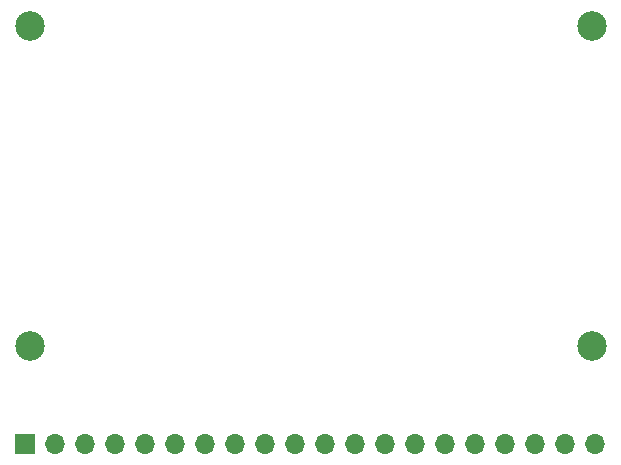
<source format=gbr>
%TF.GenerationSoftware,KiCad,Pcbnew,(6.0.10)*%
%TF.CreationDate,2023-02-01T20:58:40-08:00*%
%TF.ProjectId,pico8t-matrix,7069636f-3874-42d6-9d61-747269782e6b,rev?*%
%TF.SameCoordinates,Original*%
%TF.FileFunction,Soldermask,Bot*%
%TF.FilePolarity,Negative*%
%FSLAX46Y46*%
G04 Gerber Fmt 4.6, Leading zero omitted, Abs format (unit mm)*
G04 Created by KiCad (PCBNEW (6.0.10)) date 2023-02-01 20:58:40*
%MOMM*%
%LPD*%
G01*
G04 APERTURE LIST*
%ADD10C,2.500000*%
%ADD11O,1.700000X1.700000*%
%ADD12R,1.700000X1.700000*%
G04 APERTURE END LIST*
D10*
%TO.C,REF\u002A\u002A*%
X38210000Y-15383000D03*
%TD*%
%TO.C,REF\u002A\u002A*%
X85810000Y-42554000D03*
%TD*%
D11*
%TO.C,J0*%
X86111000Y-50800000D03*
X83571000Y-50800000D03*
X81031000Y-50800000D03*
X78491000Y-50800000D03*
X75951000Y-50800000D03*
X73411000Y-50800000D03*
X70871000Y-50800000D03*
X68331000Y-50800000D03*
X65791000Y-50800000D03*
X63251000Y-50800000D03*
X60711000Y-50800000D03*
X58171000Y-50800000D03*
X55631000Y-50800000D03*
X53091000Y-50800000D03*
X50551000Y-50800000D03*
X48011000Y-50800000D03*
X45471000Y-50800000D03*
X42931000Y-50800000D03*
X40391000Y-50800000D03*
D12*
X37851000Y-50800000D03*
%TD*%
D10*
%TO.C,REF\u002A\u002A*%
X38210000Y-42554000D03*
%TD*%
%TO.C,REF\u002A\u002A*%
X85810000Y-15420000D03*
%TD*%
M02*

</source>
